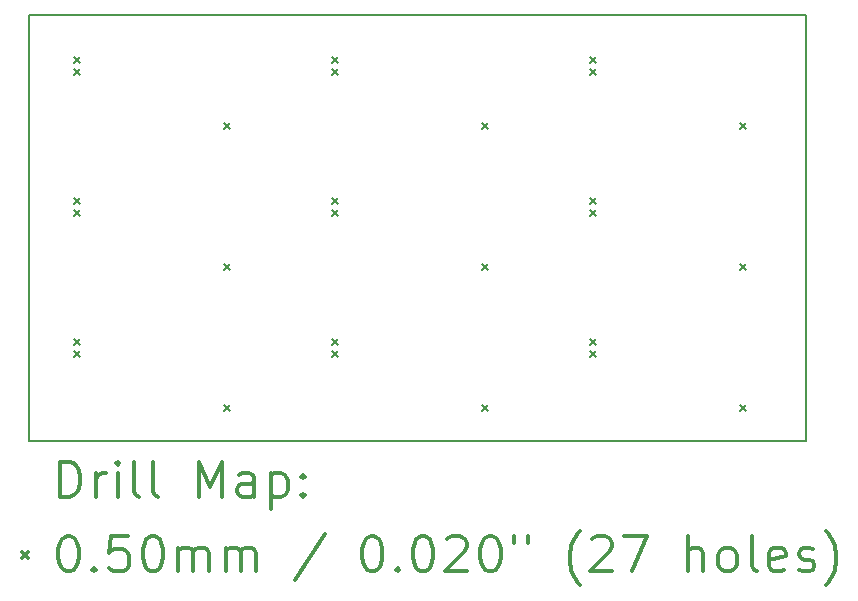
<source format=gbr>
%FSLAX45Y45*%
G04 Gerber Fmt 4.5, Leading zero omitted, Abs format (unit mm)*
G04 Created by KiCad (PCBNEW 4.0.7) date 09/28/17 16:14:32*
%MOMM*%
%LPD*%
G01*
G04 APERTURE LIST*
%ADD10C,0.127000*%
%ADD11C,0.150000*%
%ADD12C,0.200000*%
%ADD13C,0.300000*%
G04 APERTURE END LIST*
D10*
D11*
X13462000Y-10109200D02*
X13462000Y-13716000D01*
X20040600Y-10109200D02*
X13462000Y-10109200D01*
X20040600Y-13716000D02*
X20040600Y-10109200D01*
X13462000Y-13716000D02*
X20040600Y-13716000D01*
D12*
X13843400Y-10465200D02*
X13893400Y-10515200D01*
X13893400Y-10465200D02*
X13843400Y-10515200D01*
X13843400Y-10565200D02*
X13893400Y-10615200D01*
X13893400Y-10565200D02*
X13843400Y-10615200D01*
X13843400Y-11659000D02*
X13893400Y-11709000D01*
X13893400Y-11659000D02*
X13843400Y-11709000D01*
X13843400Y-11759000D02*
X13893400Y-11809000D01*
X13893400Y-11759000D02*
X13843400Y-11809000D01*
X13843400Y-12852800D02*
X13893400Y-12902800D01*
X13893400Y-12852800D02*
X13843400Y-12902800D01*
X13843400Y-12952800D02*
X13893400Y-13002800D01*
X13893400Y-12952800D02*
X13843400Y-13002800D01*
X15113400Y-11024000D02*
X15163400Y-11074000D01*
X15163400Y-11024000D02*
X15113400Y-11074000D01*
X15113400Y-12217800D02*
X15163400Y-12267800D01*
X15163400Y-12217800D02*
X15113400Y-12267800D01*
X15113400Y-13411600D02*
X15163400Y-13461600D01*
X15163400Y-13411600D02*
X15113400Y-13461600D01*
X16027800Y-10465200D02*
X16077800Y-10515200D01*
X16077800Y-10465200D02*
X16027800Y-10515200D01*
X16027800Y-10565200D02*
X16077800Y-10615200D01*
X16077800Y-10565200D02*
X16027800Y-10615200D01*
X16027800Y-11659000D02*
X16077800Y-11709000D01*
X16077800Y-11659000D02*
X16027800Y-11709000D01*
X16027800Y-11759000D02*
X16077800Y-11809000D01*
X16077800Y-11759000D02*
X16027800Y-11809000D01*
X16027800Y-12852800D02*
X16077800Y-12902800D01*
X16077800Y-12852800D02*
X16027800Y-12902800D01*
X16027800Y-12952800D02*
X16077800Y-13002800D01*
X16077800Y-12952800D02*
X16027800Y-13002800D01*
X17297800Y-11024000D02*
X17347800Y-11074000D01*
X17347800Y-11024000D02*
X17297800Y-11074000D01*
X17297800Y-12217800D02*
X17347800Y-12267800D01*
X17347800Y-12217800D02*
X17297800Y-12267800D01*
X17297800Y-13411600D02*
X17347800Y-13461600D01*
X17347800Y-13411600D02*
X17297800Y-13461600D01*
X18212200Y-10465200D02*
X18262200Y-10515200D01*
X18262200Y-10465200D02*
X18212200Y-10515200D01*
X18212200Y-10565200D02*
X18262200Y-10615200D01*
X18262200Y-10565200D02*
X18212200Y-10615200D01*
X18212200Y-11659000D02*
X18262200Y-11709000D01*
X18262200Y-11659000D02*
X18212200Y-11709000D01*
X18212200Y-11759000D02*
X18262200Y-11809000D01*
X18262200Y-11759000D02*
X18212200Y-11809000D01*
X18212200Y-12852800D02*
X18262200Y-12902800D01*
X18262200Y-12852800D02*
X18212200Y-12902800D01*
X18212200Y-12952800D02*
X18262200Y-13002800D01*
X18262200Y-12952800D02*
X18212200Y-13002800D01*
X19482200Y-11024000D02*
X19532200Y-11074000D01*
X19532200Y-11024000D02*
X19482200Y-11074000D01*
X19482200Y-12217800D02*
X19532200Y-12267800D01*
X19532200Y-12217800D02*
X19482200Y-12267800D01*
X19482200Y-13411600D02*
X19532200Y-13461600D01*
X19532200Y-13411600D02*
X19482200Y-13461600D01*
D13*
X13725928Y-14189214D02*
X13725928Y-13889214D01*
X13797357Y-13889214D01*
X13840214Y-13903500D01*
X13868786Y-13932071D01*
X13883071Y-13960643D01*
X13897357Y-14017786D01*
X13897357Y-14060643D01*
X13883071Y-14117786D01*
X13868786Y-14146357D01*
X13840214Y-14174929D01*
X13797357Y-14189214D01*
X13725928Y-14189214D01*
X14025928Y-14189214D02*
X14025928Y-13989214D01*
X14025928Y-14046357D02*
X14040214Y-14017786D01*
X14054500Y-14003500D01*
X14083071Y-13989214D01*
X14111643Y-13989214D01*
X14211643Y-14189214D02*
X14211643Y-13989214D01*
X14211643Y-13889214D02*
X14197357Y-13903500D01*
X14211643Y-13917786D01*
X14225928Y-13903500D01*
X14211643Y-13889214D01*
X14211643Y-13917786D01*
X14397357Y-14189214D02*
X14368786Y-14174929D01*
X14354500Y-14146357D01*
X14354500Y-13889214D01*
X14554500Y-14189214D02*
X14525928Y-14174929D01*
X14511643Y-14146357D01*
X14511643Y-13889214D01*
X14897357Y-14189214D02*
X14897357Y-13889214D01*
X14997357Y-14103500D01*
X15097357Y-13889214D01*
X15097357Y-14189214D01*
X15368786Y-14189214D02*
X15368786Y-14032071D01*
X15354500Y-14003500D01*
X15325928Y-13989214D01*
X15268786Y-13989214D01*
X15240214Y-14003500D01*
X15368786Y-14174929D02*
X15340214Y-14189214D01*
X15268786Y-14189214D01*
X15240214Y-14174929D01*
X15225928Y-14146357D01*
X15225928Y-14117786D01*
X15240214Y-14089214D01*
X15268786Y-14074929D01*
X15340214Y-14074929D01*
X15368786Y-14060643D01*
X15511643Y-13989214D02*
X15511643Y-14289214D01*
X15511643Y-14003500D02*
X15540214Y-13989214D01*
X15597357Y-13989214D01*
X15625928Y-14003500D01*
X15640214Y-14017786D01*
X15654500Y-14046357D01*
X15654500Y-14132071D01*
X15640214Y-14160643D01*
X15625928Y-14174929D01*
X15597357Y-14189214D01*
X15540214Y-14189214D01*
X15511643Y-14174929D01*
X15783071Y-14160643D02*
X15797357Y-14174929D01*
X15783071Y-14189214D01*
X15768786Y-14174929D01*
X15783071Y-14160643D01*
X15783071Y-14189214D01*
X15783071Y-14003500D02*
X15797357Y-14017786D01*
X15783071Y-14032071D01*
X15768786Y-14017786D01*
X15783071Y-14003500D01*
X15783071Y-14032071D01*
X13404500Y-14658500D02*
X13454500Y-14708500D01*
X13454500Y-14658500D02*
X13404500Y-14708500D01*
X13783071Y-14519214D02*
X13811643Y-14519214D01*
X13840214Y-14533500D01*
X13854500Y-14547786D01*
X13868786Y-14576357D01*
X13883071Y-14633500D01*
X13883071Y-14704929D01*
X13868786Y-14762071D01*
X13854500Y-14790643D01*
X13840214Y-14804929D01*
X13811643Y-14819214D01*
X13783071Y-14819214D01*
X13754500Y-14804929D01*
X13740214Y-14790643D01*
X13725928Y-14762071D01*
X13711643Y-14704929D01*
X13711643Y-14633500D01*
X13725928Y-14576357D01*
X13740214Y-14547786D01*
X13754500Y-14533500D01*
X13783071Y-14519214D01*
X14011643Y-14790643D02*
X14025928Y-14804929D01*
X14011643Y-14819214D01*
X13997357Y-14804929D01*
X14011643Y-14790643D01*
X14011643Y-14819214D01*
X14297357Y-14519214D02*
X14154500Y-14519214D01*
X14140214Y-14662071D01*
X14154500Y-14647786D01*
X14183071Y-14633500D01*
X14254500Y-14633500D01*
X14283071Y-14647786D01*
X14297357Y-14662071D01*
X14311643Y-14690643D01*
X14311643Y-14762071D01*
X14297357Y-14790643D01*
X14283071Y-14804929D01*
X14254500Y-14819214D01*
X14183071Y-14819214D01*
X14154500Y-14804929D01*
X14140214Y-14790643D01*
X14497357Y-14519214D02*
X14525928Y-14519214D01*
X14554500Y-14533500D01*
X14568786Y-14547786D01*
X14583071Y-14576357D01*
X14597357Y-14633500D01*
X14597357Y-14704929D01*
X14583071Y-14762071D01*
X14568786Y-14790643D01*
X14554500Y-14804929D01*
X14525928Y-14819214D01*
X14497357Y-14819214D01*
X14468786Y-14804929D01*
X14454500Y-14790643D01*
X14440214Y-14762071D01*
X14425928Y-14704929D01*
X14425928Y-14633500D01*
X14440214Y-14576357D01*
X14454500Y-14547786D01*
X14468786Y-14533500D01*
X14497357Y-14519214D01*
X14725928Y-14819214D02*
X14725928Y-14619214D01*
X14725928Y-14647786D02*
X14740214Y-14633500D01*
X14768786Y-14619214D01*
X14811643Y-14619214D01*
X14840214Y-14633500D01*
X14854500Y-14662071D01*
X14854500Y-14819214D01*
X14854500Y-14662071D02*
X14868786Y-14633500D01*
X14897357Y-14619214D01*
X14940214Y-14619214D01*
X14968786Y-14633500D01*
X14983071Y-14662071D01*
X14983071Y-14819214D01*
X15125928Y-14819214D02*
X15125928Y-14619214D01*
X15125928Y-14647786D02*
X15140214Y-14633500D01*
X15168786Y-14619214D01*
X15211643Y-14619214D01*
X15240214Y-14633500D01*
X15254500Y-14662071D01*
X15254500Y-14819214D01*
X15254500Y-14662071D02*
X15268786Y-14633500D01*
X15297357Y-14619214D01*
X15340214Y-14619214D01*
X15368786Y-14633500D01*
X15383071Y-14662071D01*
X15383071Y-14819214D01*
X15968786Y-14504929D02*
X15711643Y-14890643D01*
X16354500Y-14519214D02*
X16383071Y-14519214D01*
X16411643Y-14533500D01*
X16425928Y-14547786D01*
X16440214Y-14576357D01*
X16454500Y-14633500D01*
X16454500Y-14704929D01*
X16440214Y-14762071D01*
X16425928Y-14790643D01*
X16411643Y-14804929D01*
X16383071Y-14819214D01*
X16354500Y-14819214D01*
X16325928Y-14804929D01*
X16311643Y-14790643D01*
X16297357Y-14762071D01*
X16283071Y-14704929D01*
X16283071Y-14633500D01*
X16297357Y-14576357D01*
X16311643Y-14547786D01*
X16325928Y-14533500D01*
X16354500Y-14519214D01*
X16583071Y-14790643D02*
X16597357Y-14804929D01*
X16583071Y-14819214D01*
X16568786Y-14804929D01*
X16583071Y-14790643D01*
X16583071Y-14819214D01*
X16783071Y-14519214D02*
X16811643Y-14519214D01*
X16840214Y-14533500D01*
X16854500Y-14547786D01*
X16868786Y-14576357D01*
X16883071Y-14633500D01*
X16883071Y-14704929D01*
X16868786Y-14762071D01*
X16854500Y-14790643D01*
X16840214Y-14804929D01*
X16811643Y-14819214D01*
X16783071Y-14819214D01*
X16754500Y-14804929D01*
X16740214Y-14790643D01*
X16725928Y-14762071D01*
X16711643Y-14704929D01*
X16711643Y-14633500D01*
X16725928Y-14576357D01*
X16740214Y-14547786D01*
X16754500Y-14533500D01*
X16783071Y-14519214D01*
X16997357Y-14547786D02*
X17011643Y-14533500D01*
X17040214Y-14519214D01*
X17111643Y-14519214D01*
X17140214Y-14533500D01*
X17154500Y-14547786D01*
X17168786Y-14576357D01*
X17168786Y-14604929D01*
X17154500Y-14647786D01*
X16983071Y-14819214D01*
X17168786Y-14819214D01*
X17354500Y-14519214D02*
X17383071Y-14519214D01*
X17411643Y-14533500D01*
X17425928Y-14547786D01*
X17440214Y-14576357D01*
X17454500Y-14633500D01*
X17454500Y-14704929D01*
X17440214Y-14762071D01*
X17425928Y-14790643D01*
X17411643Y-14804929D01*
X17383071Y-14819214D01*
X17354500Y-14819214D01*
X17325928Y-14804929D01*
X17311643Y-14790643D01*
X17297357Y-14762071D01*
X17283071Y-14704929D01*
X17283071Y-14633500D01*
X17297357Y-14576357D01*
X17311643Y-14547786D01*
X17325928Y-14533500D01*
X17354500Y-14519214D01*
X17568786Y-14519214D02*
X17568786Y-14576357D01*
X17683071Y-14519214D02*
X17683071Y-14576357D01*
X18125928Y-14933500D02*
X18111643Y-14919214D01*
X18083071Y-14876357D01*
X18068786Y-14847786D01*
X18054500Y-14804929D01*
X18040214Y-14733500D01*
X18040214Y-14676357D01*
X18054500Y-14604929D01*
X18068786Y-14562071D01*
X18083071Y-14533500D01*
X18111643Y-14490643D01*
X18125928Y-14476357D01*
X18225928Y-14547786D02*
X18240214Y-14533500D01*
X18268786Y-14519214D01*
X18340214Y-14519214D01*
X18368786Y-14533500D01*
X18383071Y-14547786D01*
X18397357Y-14576357D01*
X18397357Y-14604929D01*
X18383071Y-14647786D01*
X18211643Y-14819214D01*
X18397357Y-14819214D01*
X18497357Y-14519214D02*
X18697357Y-14519214D01*
X18568786Y-14819214D01*
X19040214Y-14819214D02*
X19040214Y-14519214D01*
X19168786Y-14819214D02*
X19168786Y-14662071D01*
X19154500Y-14633500D01*
X19125928Y-14619214D01*
X19083071Y-14619214D01*
X19054500Y-14633500D01*
X19040214Y-14647786D01*
X19354500Y-14819214D02*
X19325928Y-14804929D01*
X19311643Y-14790643D01*
X19297357Y-14762071D01*
X19297357Y-14676357D01*
X19311643Y-14647786D01*
X19325928Y-14633500D01*
X19354500Y-14619214D01*
X19397357Y-14619214D01*
X19425928Y-14633500D01*
X19440214Y-14647786D01*
X19454500Y-14676357D01*
X19454500Y-14762071D01*
X19440214Y-14790643D01*
X19425928Y-14804929D01*
X19397357Y-14819214D01*
X19354500Y-14819214D01*
X19625928Y-14819214D02*
X19597357Y-14804929D01*
X19583071Y-14776357D01*
X19583071Y-14519214D01*
X19854500Y-14804929D02*
X19825929Y-14819214D01*
X19768786Y-14819214D01*
X19740214Y-14804929D01*
X19725929Y-14776357D01*
X19725929Y-14662071D01*
X19740214Y-14633500D01*
X19768786Y-14619214D01*
X19825929Y-14619214D01*
X19854500Y-14633500D01*
X19868786Y-14662071D01*
X19868786Y-14690643D01*
X19725929Y-14719214D01*
X19983071Y-14804929D02*
X20011643Y-14819214D01*
X20068786Y-14819214D01*
X20097357Y-14804929D01*
X20111643Y-14776357D01*
X20111643Y-14762071D01*
X20097357Y-14733500D01*
X20068786Y-14719214D01*
X20025929Y-14719214D01*
X19997357Y-14704929D01*
X19983071Y-14676357D01*
X19983071Y-14662071D01*
X19997357Y-14633500D01*
X20025929Y-14619214D01*
X20068786Y-14619214D01*
X20097357Y-14633500D01*
X20211643Y-14933500D02*
X20225929Y-14919214D01*
X20254500Y-14876357D01*
X20268786Y-14847786D01*
X20283071Y-14804929D01*
X20297357Y-14733500D01*
X20297357Y-14676357D01*
X20283071Y-14604929D01*
X20268786Y-14562071D01*
X20254500Y-14533500D01*
X20225929Y-14490643D01*
X20211643Y-14476357D01*
M02*

</source>
